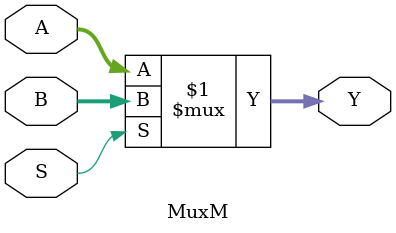
<source format=v>
`timescale 1ns / 1ps
module MuxM(A, B, S, Y
    );
parameter M = 4;
input [M:0] A, B;
input S;
output [M:0] Y;
assign Y = (S) ? B: A;
endmodule

</source>
